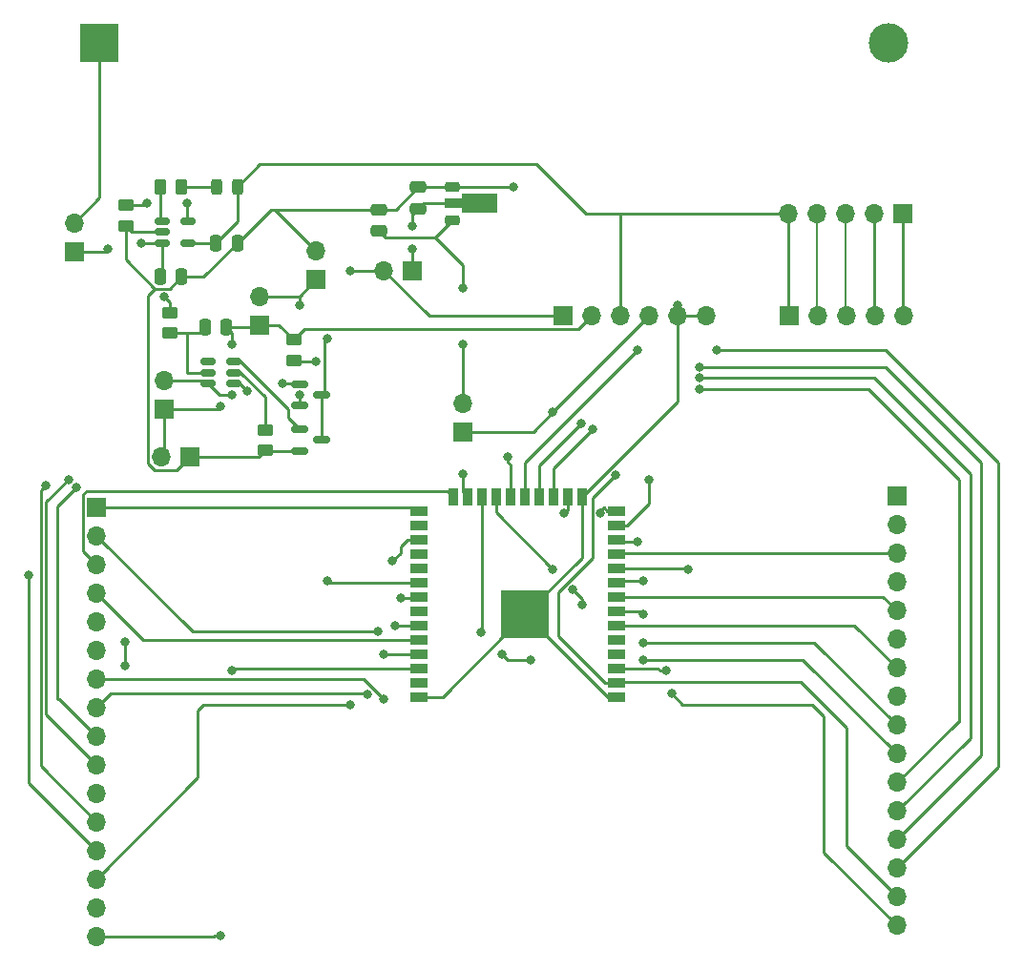
<source format=gbr>
%TF.GenerationSoftware,KiCad,Pcbnew,8.0.1*%
%TF.CreationDate,2024-04-05T23:37:32+02:00*%
%TF.ProjectId,power_system_board,706f7765-725f-4737-9973-74656d5f626f,rev?*%
%TF.SameCoordinates,Original*%
%TF.FileFunction,Copper,L1,Top*%
%TF.FilePolarity,Positive*%
%FSLAX46Y46*%
G04 Gerber Fmt 4.6, Leading zero omitted, Abs format (unit mm)*
G04 Created by KiCad (PCBNEW 8.0.1) date 2024-04-05 23:37:32*
%MOMM*%
%LPD*%
G01*
G04 APERTURE LIST*
G04 Aperture macros list*
%AMRoundRect*
0 Rectangle with rounded corners*
0 $1 Rounding radius*
0 $2 $3 $4 $5 $6 $7 $8 $9 X,Y pos of 4 corners*
0 Add a 4 corners polygon primitive as box body*
4,1,4,$2,$3,$4,$5,$6,$7,$8,$9,$2,$3,0*
0 Add four circle primitives for the rounded corners*
1,1,$1+$1,$2,$3*
1,1,$1+$1,$4,$5*
1,1,$1+$1,$6,$7*
1,1,$1+$1,$8,$9*
0 Add four rect primitives between the rounded corners*
20,1,$1+$1,$2,$3,$4,$5,0*
20,1,$1+$1,$4,$5,$6,$7,0*
20,1,$1+$1,$6,$7,$8,$9,0*
20,1,$1+$1,$8,$9,$2,$3,0*%
%AMFreePoly0*
4,1,9,3.862500,-0.866500,0.737500,-0.866500,0.737500,-0.450000,-0.737500,-0.450000,-0.737500,0.450000,0.737500,0.450000,0.737500,0.866500,3.862500,0.866500,3.862500,-0.866500,3.862500,-0.866500,$1*%
G04 Aperture macros list end*
%TA.AperFunction,SMDPad,CuDef*%
%ADD10RoundRect,0.225000X-0.425000X-0.225000X0.425000X-0.225000X0.425000X0.225000X-0.425000X0.225000X0*%
%TD*%
%TA.AperFunction,SMDPad,CuDef*%
%ADD11FreePoly0,0.000000*%
%TD*%
%TA.AperFunction,SMDPad,CuDef*%
%ADD12RoundRect,0.150000X0.512500X0.150000X-0.512500X0.150000X-0.512500X-0.150000X0.512500X-0.150000X0*%
%TD*%
%TA.AperFunction,SMDPad,CuDef*%
%ADD13R,1.050000X1.050000*%
%TD*%
%TA.AperFunction,HeatsinkPad*%
%ADD14C,0.600000*%
%TD*%
%TA.AperFunction,SMDPad,CuDef*%
%ADD15R,4.200000X4.200000*%
%TD*%
%TA.AperFunction,SMDPad,CuDef*%
%ADD16R,1.500000X0.900000*%
%TD*%
%TA.AperFunction,SMDPad,CuDef*%
%ADD17R,0.900000X1.500000*%
%TD*%
%TA.AperFunction,SMDPad,CuDef*%
%ADD18RoundRect,0.150000X-0.512500X-0.150000X0.512500X-0.150000X0.512500X0.150000X-0.512500X0.150000X0*%
%TD*%
%TA.AperFunction,SMDPad,CuDef*%
%ADD19RoundRect,0.250000X0.450000X-0.262500X0.450000X0.262500X-0.450000X0.262500X-0.450000X-0.262500X0*%
%TD*%
%TA.AperFunction,SMDPad,CuDef*%
%ADD20RoundRect,0.250000X-0.262500X-0.450000X0.262500X-0.450000X0.262500X0.450000X-0.262500X0.450000X0*%
%TD*%
%TA.AperFunction,SMDPad,CuDef*%
%ADD21RoundRect,0.250000X-0.450000X0.262500X-0.450000X-0.262500X0.450000X-0.262500X0.450000X0.262500X0*%
%TD*%
%TA.AperFunction,SMDPad,CuDef*%
%ADD22RoundRect,0.150000X-0.587500X-0.150000X0.587500X-0.150000X0.587500X0.150000X-0.587500X0.150000X0*%
%TD*%
%TA.AperFunction,ComponentPad*%
%ADD23R,1.700000X1.700000*%
%TD*%
%TA.AperFunction,ComponentPad*%
%ADD24O,1.700000X1.700000*%
%TD*%
%TA.AperFunction,SMDPad,CuDef*%
%ADD25RoundRect,0.243750X-0.243750X-0.456250X0.243750X-0.456250X0.243750X0.456250X-0.243750X0.456250X0*%
%TD*%
%TA.AperFunction,SMDPad,CuDef*%
%ADD26RoundRect,0.250000X0.475000X-0.250000X0.475000X0.250000X-0.475000X0.250000X-0.475000X-0.250000X0*%
%TD*%
%TA.AperFunction,SMDPad,CuDef*%
%ADD27RoundRect,0.250000X0.250000X0.475000X-0.250000X0.475000X-0.250000X-0.475000X0.250000X-0.475000X0*%
%TD*%
%TA.AperFunction,SMDPad,CuDef*%
%ADD28RoundRect,0.250000X-0.250000X-0.475000X0.250000X-0.475000X0.250000X0.475000X-0.250000X0.475000X0*%
%TD*%
%TA.AperFunction,ComponentPad*%
%ADD29C,3.500000*%
%TD*%
%TA.AperFunction,ComponentPad*%
%ADD30R,3.500000X3.500000*%
%TD*%
%TA.AperFunction,ViaPad*%
%ADD31C,0.800000*%
%TD*%
%TA.AperFunction,Conductor*%
%ADD32C,0.250000*%
%TD*%
%TA.AperFunction,Conductor*%
%ADD33C,0.200000*%
%TD*%
G04 APERTURE END LIST*
D10*
%TO.P,U4,1,GND*%
%TO.N,GND*%
X115050000Y-70500000D03*
D11*
%TO.P,U4,2,VIN*%
%TO.N,Net-(J11-Pin_1)*%
X115137500Y-72000000D03*
D10*
%TO.P,U4,3,VOUT*%
%TO.N,Net-(J12-Pin_2)*%
X115050000Y-73500000D03*
%TD*%
D12*
%TO.P,U3,1,DO*%
%TO.N,Net-(Q1-G)*%
X95637500Y-87950000D03*
%TO.P,U3,2,VM*%
%TO.N,Net-(U3-VM)*%
X95637500Y-87000000D03*
%TO.P,U3,3,CO*%
%TO.N,Net-(Q2-G)*%
X95637500Y-86050000D03*
%TO.P,U3,4,NC*%
%TO.N,unconnected-(U3-NC-Pad4)*%
X93362500Y-86050000D03*
%TO.P,U3,5,VDD*%
%TO.N,Net-(U3-VDD)*%
X93362500Y-87000000D03*
%TO.P,U3,6,VSS*%
%TO.N,-BATT*%
X93362500Y-87950000D03*
%TD*%
D13*
%TO.P,U2,39,GND*%
%TO.N,GND*%
X120000000Y-106950000D03*
D14*
X120000000Y-107712500D03*
D13*
X120000000Y-108475000D03*
D14*
X120000000Y-109237500D03*
D13*
X120000000Y-110000000D03*
D14*
X120762500Y-106950000D03*
X120762500Y-108475000D03*
X120762500Y-110000000D03*
D13*
X121525000Y-106950000D03*
D14*
X121525000Y-107712500D03*
D15*
X121525000Y-108475000D03*
D13*
X121525000Y-108475000D03*
D14*
X121525000Y-109237500D03*
D13*
X121525000Y-110000000D03*
D14*
X122287500Y-106950000D03*
X122287500Y-108475000D03*
X122287500Y-110000000D03*
D13*
X123050000Y-106950000D03*
D14*
X123050000Y-107712500D03*
D13*
X123050000Y-108475000D03*
D14*
X123050000Y-109237500D03*
D13*
X123050000Y-110000000D03*
D16*
%TO.P,U2,38,GND*%
X112095000Y-115815000D03*
%TO.P,U2,37,IO23*%
%TO.N,/IO23*%
X112095000Y-114545000D03*
%TO.P,U2,36,IO22*%
%TO.N,/IO22*%
X112095000Y-113275000D03*
%TO.P,U2,35,TXD0/IO1*%
%TO.N,/IO1*%
X112095000Y-112005000D03*
%TO.P,U2,34,RXD0/IO3*%
%TO.N,/IO3*%
X112095000Y-110735000D03*
%TO.P,U2,33,IO21*%
%TO.N,/IO21*%
X112095000Y-109465000D03*
%TO.P,U2,32,NC*%
%TO.N,unconnected-(U2-NC-Pad32)*%
X112095000Y-108195000D03*
%TO.P,U2,31,IO19*%
%TO.N,/IO19*%
X112095000Y-106925000D03*
%TO.P,U2,30,IO18*%
%TO.N,/IO18*%
X112095000Y-105655000D03*
%TO.P,U2,29,IO5*%
%TO.N,/IO5*%
X112095000Y-104385000D03*
%TO.P,U2,28,IO17*%
%TO.N,/IO17*%
X112095000Y-103115000D03*
%TO.P,U2,27,IO16*%
%TO.N,/IO16*%
X112095000Y-101845000D03*
%TO.P,U2,26,IO4*%
%TO.N,/IO4*%
X112095000Y-100575000D03*
%TO.P,U2,25,IO0*%
%TO.N,/IO0*%
X112095000Y-99305000D03*
D17*
%TO.P,U2,24,IO2*%
%TO.N,/IO2*%
X115125000Y-98055000D03*
%TO.P,U2,23,IO15*%
%TO.N,/IO15*%
X116395000Y-98055000D03*
%TO.P,U2,22,SDI/SD1*%
%TO.N,/SD1*%
X117665000Y-98055000D03*
%TO.P,U2,21,SDO/SD0*%
%TO.N,/SD0*%
X118935000Y-98055000D03*
%TO.P,U2,20,SCK/CLK*%
%TO.N,/CLK*%
X120205000Y-98055000D03*
%TO.P,U2,19,SCS/CMD*%
%TO.N,/CMD*%
X121475000Y-98055000D03*
%TO.P,U2,18,SWP/SD3*%
%TO.N,/SD3*%
X122745000Y-98055000D03*
%TO.P,U2,17,SHD/SD2*%
%TO.N,/SD2*%
X124015000Y-98055000D03*
%TO.P,U2,16,IO13*%
%TO.N,/IO13*%
X125285000Y-98055000D03*
%TO.P,U2,15,GND*%
%TO.N,GND*%
X126555000Y-98055000D03*
D16*
%TO.P,U2,14,IO12*%
%TO.N,/IO12*%
X129595000Y-99305000D03*
%TO.P,U2,13,IO14*%
%TO.N,/IO14*%
X129595000Y-100575000D03*
%TO.P,U2,12,IO27*%
%TO.N,/IO27*%
X129595000Y-101845000D03*
%TO.P,U2,11,IO26*%
%TO.N,/IO26*%
X129595000Y-103115000D03*
%TO.P,U2,10,IO25*%
%TO.N,/IO25*%
X129595000Y-104385000D03*
%TO.P,U2,9,IO33*%
%TO.N,/IO33*%
X129595000Y-105655000D03*
%TO.P,U2,8,IO32*%
%TO.N,/IO32*%
X129595000Y-106925000D03*
%TO.P,U2,7,IO35*%
%TO.N,/IO35*%
X129595000Y-108195000D03*
%TO.P,U2,6,IO34*%
%TO.N,/IO34*%
X129595000Y-109465000D03*
%TO.P,U2,5,SENSOR_VN*%
%TO.N,unconnected-(U2-SENSOR_VN-Pad5)*%
X129595000Y-110735000D03*
%TO.P,U2,4,SENSOR_VP*%
%TO.N,unconnected-(U2-SENSOR_VP-Pad4)*%
X129595000Y-112005000D03*
%TO.P,U2,3,EN*%
%TO.N,/EN_ESP*%
X129595000Y-113275000D03*
%TO.P,U2,2,VDD*%
%TO.N,+3V3*%
X129595000Y-114545000D03*
%TO.P,U2,1,GND*%
%TO.N,GND*%
X129595000Y-115815000D03*
%TD*%
D18*
%TO.P,U1,1,STAT*%
%TO.N,Net-(U1-STAT)*%
X89325000Y-73600000D03*
%TO.P,U1,2,V_{SS}*%
%TO.N,GND*%
X89325000Y-74550000D03*
%TO.P,U1,3,V_{BAT}*%
%TO.N,+BATT*%
X89325000Y-75500000D03*
%TO.P,U1,4,V_{DD}*%
%TO.N,VBUS*%
X91600000Y-75500000D03*
%TO.P,U1,5,PROG*%
%TO.N,Net-(U1-PROG)*%
X91600000Y-73600000D03*
%TD*%
D19*
%TO.P,R5,1*%
%TO.N,Net-(Q1-S)*%
X101000000Y-85912500D03*
%TO.P,R5,2*%
%TO.N,-BATT*%
X101000000Y-84087500D03*
%TD*%
D20*
%TO.P,R4,1*%
%TO.N,Net-(U1-STAT)*%
X89187500Y-70500000D03*
%TO.P,R4,2*%
%TO.N,Net-(D1-K)*%
X91012500Y-70500000D03*
%TD*%
D21*
%TO.P,R3,1*%
%TO.N,Net-(U1-PROG)*%
X86100000Y-72175000D03*
%TO.P,R3,2*%
%TO.N,GND*%
X86100000Y-74000000D03*
%TD*%
D19*
%TO.P,R2,1*%
%TO.N,Net-(U3-VDD)*%
X90000000Y-83500000D03*
%TO.P,R2,2*%
%TO.N,+BATT*%
X90000000Y-81675000D03*
%TD*%
%TO.P,R1,1*%
%TO.N,GND*%
X98500000Y-93912500D03*
%TO.P,R1,2*%
%TO.N,Net-(U3-VM)*%
X98500000Y-92087500D03*
%TD*%
D22*
%TO.P,Q2,1,G*%
%TO.N,Net-(Q2-G)*%
X101562500Y-92050000D03*
%TO.P,Q2,2,S*%
%TO.N,GND*%
X101562500Y-93950000D03*
%TO.P,Q2,3,D*%
%TO.N,Net-(J5-Pin_1)*%
X103437500Y-93000000D03*
%TD*%
%TO.P,Q1,1,G*%
%TO.N,Net-(Q1-G)*%
X101562500Y-88050000D03*
%TO.P,Q1,2,S*%
%TO.N,Net-(Q1-S)*%
X101562500Y-89950000D03*
%TO.P,Q1,3,D*%
%TO.N,Net-(J5-Pin_1)*%
X103437500Y-89000000D03*
%TD*%
D23*
%TO.P,J12,1,Pin_1*%
%TO.N,+3V3*%
X116000000Y-92275000D03*
D24*
%TO.P,J12,2,Pin_2*%
%TO.N,Net-(J12-Pin_2)*%
X116000000Y-89735000D03*
%TD*%
D23*
%TO.P,J11,1,Pin_1*%
%TO.N,Net-(J11-Pin_1)*%
X111540000Y-78000000D03*
D24*
%TO.P,J11,2,Pin_2*%
%TO.N,+BATT*%
X109000000Y-78000000D03*
%TD*%
D23*
%TO.P,J10,1,Pin_1*%
%TO.N,+BATT*%
X124880000Y-82000000D03*
D24*
%TO.P,J10,2,Pin_2*%
%TO.N,-BATT*%
X127420000Y-82000000D03*
%TO.P,J10,3,Pin_3*%
%TO.N,VBUS*%
X129960000Y-82000000D03*
%TO.P,J10,4,Pin_4*%
%TO.N,+3V3*%
X132500000Y-82000000D03*
%TO.P,J10,5,Pin_5*%
%TO.N,GND*%
X135040000Y-82000000D03*
%TO.P,J10,6,Pin_6*%
X137580000Y-82000000D03*
%TD*%
%TO.P,J9,16,Pin_16*%
%TO.N,/EN_ESP*%
X154500000Y-136100000D03*
%TO.P,J9,15,Pin_15*%
%TO.N,+3V3*%
X154500000Y-133560000D03*
%TO.P,J9,14,Pin_14*%
%TO.N,/CMD*%
X154500000Y-131020000D03*
%TO.P,J9,13,Pin_13*%
%TO.N,/CLK*%
X154500000Y-128480000D03*
%TO.P,J9,12,Pin_12*%
%TO.N,/SD3*%
X154500000Y-125940000D03*
%TO.P,J9,11,Pin_11*%
%TO.N,/SD2*%
X154500000Y-123400000D03*
%TO.P,J9,10,Pin_10*%
%TO.N,/SD1*%
X154500000Y-120860000D03*
%TO.P,J9,9,Pin_9*%
%TO.N,/SD0*%
X154500000Y-118320000D03*
%TO.P,J9,8,Pin_8*%
%TO.N,/IO35*%
X154500000Y-115780000D03*
%TO.P,J9,7,Pin_7*%
%TO.N,/IO34*%
X154500000Y-113240000D03*
%TO.P,J9,6,Pin_6*%
%TO.N,/IO33*%
X154500000Y-110700000D03*
%TO.P,J9,5,Pin_5*%
%TO.N,/IO32*%
X154500000Y-108160000D03*
%TO.P,J9,4,Pin_4*%
%TO.N,/IO27*%
X154500000Y-105620000D03*
%TO.P,J9,3,Pin_3*%
%TO.N,/IO26*%
X154500000Y-103080000D03*
%TO.P,J9,2,Pin_2*%
%TO.N,/IO25*%
X154500000Y-100540000D03*
D23*
%TO.P,J9,1,Pin_1*%
%TO.N,/IO23*%
X154500000Y-98000000D03*
%TD*%
%TO.P,J8,1,Pin_1*%
%TO.N,/IO0*%
X83500000Y-98960000D03*
D24*
%TO.P,J8,2,Pin_2*%
%TO.N,/IO1*%
X83500000Y-101500000D03*
%TO.P,J8,3,Pin_3*%
%TO.N,/IO2*%
X83500000Y-104040000D03*
%TO.P,J8,4,Pin_4*%
%TO.N,/IO3*%
X83500000Y-106580000D03*
%TO.P,J8,5,Pin_5*%
%TO.N,/IO4*%
X83500000Y-109120000D03*
%TO.P,J8,6,Pin_6*%
%TO.N,/IO5*%
X83500000Y-111660000D03*
%TO.P,J8,7,Pin_7*%
%TO.N,/IO12*%
X83500000Y-114200000D03*
%TO.P,J8,8,Pin_8*%
%TO.N,/IO13*%
X83500000Y-116740000D03*
%TO.P,J8,9,Pin_9*%
%TO.N,/IO14*%
X83500000Y-119280000D03*
%TO.P,J8,10,Pin_10*%
%TO.N,/IO15*%
X83500000Y-121820000D03*
%TO.P,J8,11,Pin_11*%
%TO.N,/IO16*%
X83500000Y-124360000D03*
%TO.P,J8,12,Pin_12*%
%TO.N,/IO17*%
X83500000Y-126900000D03*
%TO.P,J8,13,Pin_13*%
%TO.N,/IO18*%
X83500000Y-129440000D03*
%TO.P,J8,14,Pin_14*%
%TO.N,/IO19*%
X83500000Y-131980000D03*
%TO.P,J8,15,Pin_15*%
%TO.N,/IO21*%
X83500000Y-134520000D03*
%TO.P,J8,16,Pin_16*%
%TO.N,/IO22*%
X83500000Y-137060000D03*
%TD*%
D23*
%TO.P,J7,1,Pin_1*%
%TO.N,GND*%
X91775000Y-94500000D03*
D24*
%TO.P,J7,2,Pin_2*%
%TO.N,Net-(BT1--)*%
X89235000Y-94500000D03*
%TD*%
D23*
%TO.P,J6,1,Pin_1*%
%TO.N,-BATT*%
X98000000Y-82775000D03*
D24*
%TO.P,J6,2,Pin_2*%
%TO.N,Net-(J5-Pin_1)*%
X98000000Y-80235000D03*
%TD*%
D23*
%TO.P,J5,1,Pin_1*%
%TO.N,Net-(J5-Pin_1)*%
X103000000Y-78775000D03*
D24*
%TO.P,J5,2,Pin_2*%
%TO.N,GND*%
X103000000Y-76235000D03*
%TD*%
D23*
%TO.P,J4,1,Pin_1*%
%TO.N,+BATT*%
X81500000Y-76275000D03*
D24*
%TO.P,J4,2,Pin_2*%
%TO.N,Net-(BT1-+)*%
X81500000Y-73735000D03*
%TD*%
D23*
%TO.P,J3,1,Pin_1*%
%TO.N,Net-(BT1--)*%
X89500000Y-90275000D03*
D24*
%TO.P,J3,2,Pin_2*%
%TO.N,-BATT*%
X89500000Y-87735000D03*
%TD*%
D23*
%TO.P,J2,1,Pin_1*%
%TO.N,/Shield*%
X155045000Y-72942500D03*
D24*
%TO.P,J2,2,Pin_2*%
%TO.N,/ID*%
X152505000Y-72942500D03*
%TO.P,J2,3,Pin_3*%
%TO.N,/D-*%
X149965000Y-72942500D03*
%TO.P,J2,4,Pin_4*%
%TO.N,/D+*%
X147425000Y-72942500D03*
%TO.P,J2,5,Pin_5*%
%TO.N,VBUS*%
X144885000Y-72942500D03*
%TD*%
%TO.P,J1,5,Pin_5*%
%TO.N,/Shield*%
X155085000Y-82000000D03*
%TO.P,J1,4,Pin_4*%
%TO.N,/ID*%
X152545000Y-82000000D03*
%TO.P,J1,3,Pin_3*%
%TO.N,/D-*%
X150005000Y-82000000D03*
%TO.P,J1,2,Pin_2*%
%TO.N,/D+*%
X147465000Y-82000000D03*
D23*
%TO.P,J1,1,Pin_1*%
%TO.N,VBUS*%
X144925000Y-82000000D03*
%TD*%
D25*
%TO.P,D1,1,K*%
%TO.N,Net-(D1-K)*%
X94162500Y-70500000D03*
%TO.P,D1,2,A*%
%TO.N,VBUS*%
X96037500Y-70500000D03*
%TD*%
D26*
%TO.P,C5,1*%
%TO.N,Net-(J12-Pin_2)*%
X108550000Y-74450000D03*
%TO.P,C5,2*%
%TO.N,GND*%
X108550000Y-72550000D03*
%TD*%
%TO.P,C4,1*%
%TO.N,Net-(J11-Pin_1)*%
X112050000Y-72450000D03*
%TO.P,C4,2*%
%TO.N,GND*%
X112050000Y-70550000D03*
%TD*%
D27*
%TO.P,C3,1*%
%TO.N,-BATT*%
X95000000Y-83000000D03*
%TO.P,C3,2*%
%TO.N,Net-(U3-VDD)*%
X93100000Y-83000000D03*
%TD*%
D28*
%TO.P,C2,1*%
%TO.N,VBUS*%
X94100000Y-75500000D03*
%TO.P,C2,2*%
%TO.N,GND*%
X96000000Y-75500000D03*
%TD*%
%TO.P,C1,1*%
%TO.N,+BATT*%
X89150000Y-78500000D03*
%TO.P,C1,2*%
%TO.N,GND*%
X91050000Y-78500000D03*
%TD*%
D29*
%TO.P,BT1,2,-*%
%TO.N,Net-(BT1--)*%
X153742500Y-57735000D03*
D30*
%TO.P,BT1,1,+*%
%TO.N,Net-(BT1-+)*%
X83742500Y-57735000D03*
%TD*%
D31*
%TO.N,-BATT*%
X95500000Y-84500000D03*
X95500000Y-89000000D03*
%TO.N,/IO18*%
X104000000Y-105500000D03*
X77500000Y-105000000D03*
%TO.N,/IO17*%
X79000000Y-97000000D03*
X112095000Y-103115000D03*
%TO.N,/IO16*%
X109762653Y-103762653D03*
X86000000Y-110935000D03*
X86000000Y-113000000D03*
%TO.N,/IO13*%
X107512652Y-115537958D03*
X125000000Y-99500000D03*
%TO.N,/SD0*%
X124000000Y-104500000D03*
X132000000Y-111000000D03*
X126598345Y-107598345D03*
X125762653Y-106262653D03*
%TO.N,/SD1*%
X122000000Y-112500000D03*
X132000000Y-112500000D03*
X119500000Y-112000000D03*
X117582653Y-110082653D03*
%TO.N,/SD2*%
X137000000Y-88500000D03*
X127500000Y-92000000D03*
%TO.N,/SD3*%
X126500000Y-91500000D03*
X137000000Y-87500000D03*
%TO.N,/CLK*%
X120000000Y-94500000D03*
X137000000Y-86500000D03*
%TO.N,/CMD*%
X131500000Y-85000000D03*
X138500000Y-85000000D03*
%TO.N,/IO14*%
X81707108Y-97207108D03*
X132500000Y-96500000D03*
%TO.N,/IO15*%
X116000000Y-96000000D03*
X81000000Y-96500000D03*
%TO.N,/IO19*%
X106000000Y-116500000D03*
X110500000Y-107000000D03*
%TO.N,/IO21*%
X110000000Y-109500000D03*
%TO.N,/IO22*%
X94500000Y-137000000D03*
X95500000Y-113475000D03*
%TO.N,/IO12*%
X109000000Y-116000000D03*
X128225000Y-99500000D03*
%TO.N,/IO1*%
X109000000Y-112000000D03*
X108500000Y-110000000D03*
%TO.N,+3V3*%
X124000000Y-90500000D03*
X129567653Y-96067653D03*
%TO.N,/EN_ESP*%
X134500000Y-115500000D03*
X134000000Y-113500000D03*
%TO.N,/IO35*%
X132000000Y-108500000D03*
%TO.N,/IO33*%
X132000000Y-105500000D03*
%TO.N,/IO25*%
X136000000Y-104500000D03*
%TO.N,/IO27*%
X131500000Y-102000000D03*
%TO.N,/IO23*%
X112095000Y-114545000D03*
%TO.N,/IO5*%
X112095000Y-104385000D03*
%TO.N,/IO4*%
X112095000Y-100575000D03*
%TO.N,Net-(J5-Pin_1)*%
X101500000Y-81000000D03*
X104000000Y-84000000D03*
%TO.N,+BATT*%
X89461112Y-80275000D03*
X89150000Y-78500000D03*
%TO.N,Net-(Q1-S)*%
X103000000Y-86000000D03*
X101500000Y-89000000D03*
%TO.N,Net-(Q1-G)*%
X96887346Y-88612653D03*
X100000000Y-88000000D03*
%TO.N,Net-(BT1--)*%
X94500000Y-90000000D03*
%TO.N,Net-(J12-Pin_2)*%
X116000000Y-84500000D03*
X116000000Y-79500000D03*
%TO.N,+BATT*%
X106000000Y-78000000D03*
%TO.N,GND*%
X120500000Y-70500000D03*
X135040000Y-81000000D03*
%TO.N,Net-(J11-Pin_1)*%
X111500000Y-74000000D03*
X111500000Y-76000000D03*
%TO.N,+BATT*%
X87500000Y-75500000D03*
X84500000Y-76000000D03*
%TO.N,Net-(U1-PROG)*%
X91500000Y-72000000D03*
X88000000Y-72000000D03*
%TD*%
D32*
%TO.N,+BATT*%
X81500000Y-76275000D02*
X84225000Y-76275000D01*
X84225000Y-76275000D02*
X84500000Y-76000000D01*
%TO.N,Net-(BT1-+)*%
X83742500Y-57735000D02*
X83742500Y-71492500D01*
X83742500Y-71492500D02*
X81500000Y-73735000D01*
%TO.N,Net-(U3-VDD)*%
X92600000Y-83500000D02*
X91500000Y-83500000D01*
X93362500Y-87000000D02*
X91500000Y-87000000D01*
X91500000Y-83500000D02*
X90000000Y-83500000D01*
X91500000Y-87000000D02*
X91500000Y-83500000D01*
%TO.N,-BATT*%
X93362500Y-87950000D02*
X94412500Y-89000000D01*
X95500000Y-84500000D02*
X95500000Y-83500000D01*
X94412500Y-89000000D02*
X95500000Y-89000000D01*
X95500000Y-83500000D02*
X95000000Y-83000000D01*
%TO.N,/IO18*%
X83500000Y-129440000D02*
X77500000Y-123440000D01*
X77500000Y-123440000D02*
X77500000Y-105000000D01*
X104000000Y-105500000D02*
X104155000Y-105655000D01*
X104155000Y-105655000D02*
X112095000Y-105655000D01*
%TO.N,/IO17*%
X78550000Y-97450000D02*
X79000000Y-97000000D01*
X78550000Y-121950000D02*
X78550000Y-97450000D01*
X83500000Y-126900000D02*
X78550000Y-121950000D01*
%TO.N,/IO16*%
X110500000Y-103025306D02*
X110500000Y-102440000D01*
X109762653Y-103762653D02*
X110500000Y-103025306D01*
X110500000Y-102440000D02*
X111095000Y-101845000D01*
X111095000Y-101845000D02*
X112095000Y-101845000D01*
X86000000Y-113000000D02*
X86000000Y-110935000D01*
%TO.N,/IO13*%
X107512652Y-115537958D02*
X107474694Y-115500000D01*
X107474694Y-115500000D02*
X84740000Y-115500000D01*
X84740000Y-115500000D02*
X83500000Y-116740000D01*
%TO.N,/IO19*%
X92500000Y-117000000D02*
X92500000Y-122980000D01*
X106000000Y-116500000D02*
X93000000Y-116500000D01*
X93000000Y-116500000D02*
X92500000Y-117000000D01*
X92500000Y-122980000D02*
X83500000Y-131980000D01*
%TO.N,/IO13*%
X125285000Y-98055000D02*
X125285000Y-99215000D01*
X125285000Y-99215000D02*
X125000000Y-99500000D01*
%TO.N,/SD0*%
X126598345Y-107098345D02*
X125762653Y-106262653D01*
X118935000Y-99435000D02*
X118935000Y-98055000D01*
X126598345Y-107598345D02*
X126598345Y-107098345D01*
X154500000Y-118320000D02*
X147180000Y-111000000D01*
X147180000Y-111000000D02*
X132000000Y-111000000D01*
X124000000Y-104500000D02*
X118935000Y-99435000D01*
%TO.N,/SD1*%
X154500000Y-120860000D02*
X146140000Y-112500000D01*
X122000000Y-112500000D02*
X120000000Y-112500000D01*
X146140000Y-112500000D02*
X132000000Y-112500000D01*
X120000000Y-112500000D02*
X119500000Y-112000000D01*
X117582653Y-110082653D02*
X117665000Y-110000306D01*
X117665000Y-110000306D02*
X117665000Y-98055000D01*
%TO.N,/SD2*%
X159900000Y-118000000D02*
X160000000Y-118000000D01*
X152000000Y-88500000D02*
X137000000Y-88500000D01*
X160000000Y-96500000D02*
X159000000Y-95500000D01*
X160000000Y-118000000D02*
X160000000Y-96500000D01*
X154500000Y-123400000D02*
X159900000Y-118000000D01*
X159000000Y-95500000D02*
X152000000Y-88500000D01*
X127500000Y-92000000D02*
X124015000Y-95485000D01*
X124015000Y-95485000D02*
X124015000Y-98055000D01*
%TO.N,/SD3*%
X161000000Y-96000000D02*
X152500000Y-87500000D01*
X161000000Y-116500000D02*
X161000000Y-96000000D01*
X154500000Y-125940000D02*
X161000000Y-119440000D01*
X161000000Y-119440000D02*
X161000000Y-116500000D01*
X122745000Y-95255000D02*
X122745000Y-98055000D01*
X152500000Y-87500000D02*
X137000000Y-87500000D01*
X126500000Y-91500000D02*
X122745000Y-95255000D01*
%TO.N,/CLK*%
X120000000Y-95000000D02*
X120205000Y-95205000D01*
X120205000Y-95205000D02*
X120205000Y-98055000D01*
X162000000Y-95000000D02*
X153500000Y-86500000D01*
X162000000Y-103000000D02*
X162000000Y-95000000D01*
X153500000Y-86500000D02*
X137000000Y-86500000D01*
X120000000Y-94500000D02*
X120000000Y-95000000D01*
%TO.N,/CMD*%
X154500000Y-131020000D02*
X163500000Y-122020000D01*
X163500000Y-122020000D02*
X163500000Y-95000000D01*
X163500000Y-95000000D02*
X153500000Y-85000000D01*
X153500000Y-85000000D02*
X138500000Y-85000000D01*
%TO.N,/CLK*%
X162000000Y-120980000D02*
X162000000Y-103000000D01*
X154500000Y-128480000D02*
X162000000Y-120980000D01*
%TO.N,/CMD*%
X131500000Y-85000000D02*
X121475000Y-95025000D01*
X121475000Y-95025000D02*
X121475000Y-98055000D01*
%TO.N,GND*%
X135040000Y-81000000D02*
X135040000Y-82000000D01*
%TO.N,/IO14*%
X132500000Y-98670000D02*
X130595000Y-100575000D01*
X80000000Y-98914216D02*
X81707108Y-97207108D01*
X83500000Y-119280000D02*
X80220000Y-116000000D01*
X80000000Y-116000000D02*
X80000000Y-98914216D01*
X80220000Y-116000000D02*
X80000000Y-116000000D01*
X132500000Y-96500000D02*
X132500000Y-98670000D01*
X130595000Y-100575000D02*
X129595000Y-100575000D01*
%TO.N,/IO15*%
X83500000Y-121820000D02*
X79000000Y-117320000D01*
X79000000Y-117320000D02*
X79000000Y-98500000D01*
X79000000Y-98500000D02*
X81000000Y-96500000D01*
X116000000Y-96000000D02*
X116000000Y-97660000D01*
X116000000Y-97660000D02*
X116395000Y-98055000D01*
%TO.N,/IO19*%
X110500000Y-107000000D02*
X112020000Y-107000000D01*
X112020000Y-107000000D02*
X112095000Y-106925000D01*
%TO.N,/IO21*%
X112060000Y-109500000D02*
X112095000Y-109465000D01*
X110000000Y-109500000D02*
X112060000Y-109500000D01*
%TO.N,/IO22*%
X94000000Y-137000000D02*
X93940000Y-137060000D01*
X112095000Y-113275000D02*
X95700000Y-113275000D01*
X95700000Y-113275000D02*
X95500000Y-113475000D01*
X94500000Y-137000000D02*
X94000000Y-137000000D01*
X93940000Y-137060000D02*
X83500000Y-137060000D01*
%TO.N,/IO12*%
X128225000Y-99275000D02*
X128500000Y-99000000D01*
X107200000Y-114200000D02*
X109000000Y-116000000D01*
X83500000Y-114200000D02*
X107200000Y-114200000D01*
X128500000Y-99000000D02*
X128805000Y-99305000D01*
X128225000Y-99500000D02*
X128225000Y-99275000D01*
X128805000Y-99305000D02*
X129595000Y-99305000D01*
%TO.N,/IO1*%
X109000000Y-112000000D02*
X110000000Y-112000000D01*
X83500000Y-101500000D02*
X92000000Y-110000000D01*
X92000000Y-110000000D02*
X108500000Y-110000000D01*
X110000000Y-112000000D02*
X110005000Y-112005000D01*
X110005000Y-112005000D02*
X112095000Y-112005000D01*
%TO.N,+3V3*%
X124000000Y-90500000D02*
X132500000Y-82000000D01*
X122225000Y-92275000D02*
X124000000Y-90500000D01*
X127500000Y-103500000D02*
X127500000Y-99500000D01*
X124500000Y-106500000D02*
X127500000Y-103500000D01*
X129595000Y-114545000D02*
X128595000Y-114545000D01*
X128595000Y-114545000D02*
X124500000Y-110450000D01*
X124500000Y-110450000D02*
X124500000Y-106500000D01*
X127500000Y-99500000D02*
X127500000Y-98135306D01*
X127500000Y-98135306D02*
X129567653Y-96067653D01*
%TO.N,GND*%
X126555000Y-98055000D02*
X126555000Y-103445000D01*
X126555000Y-103445000D02*
X121525000Y-108475000D01*
X135040000Y-82000000D02*
X135040000Y-89570000D01*
X135040000Y-89570000D02*
X126555000Y-98055000D01*
%TO.N,/EN_ESP*%
X148000000Y-129600000D02*
X148000000Y-117500000D01*
X154500000Y-136100000D02*
X148000000Y-129600000D01*
X133500000Y-113500000D02*
X133275000Y-113275000D01*
X135500000Y-116500000D02*
X134500000Y-115500000D01*
X148000000Y-117500000D02*
X147000000Y-116500000D01*
X147000000Y-116500000D02*
X135500000Y-116500000D01*
X134000000Y-113500000D02*
X133500000Y-113500000D01*
X133275000Y-113275000D02*
X129595000Y-113275000D01*
%TO.N,GND*%
X112095000Y-115815000D02*
X114185000Y-115815000D01*
X114185000Y-115815000D02*
X120000000Y-110000000D01*
X129595000Y-115815000D02*
X128865000Y-115815000D01*
X128865000Y-115815000D02*
X123050000Y-110000000D01*
%TO.N,+3V3*%
X146000000Y-114500000D02*
X150000000Y-118500000D01*
X129640000Y-114500000D02*
X146000000Y-114500000D01*
X129595000Y-114545000D02*
X129640000Y-114500000D01*
X150000000Y-129060000D02*
X154500000Y-133560000D01*
X150000000Y-118500000D02*
X150000000Y-129060000D01*
%TO.N,/IO35*%
X132000000Y-108500000D02*
X131695000Y-108195000D01*
X131695000Y-108195000D02*
X129595000Y-108195000D01*
%TO.N,/IO34*%
X154500000Y-113240000D02*
X150725000Y-109465000D01*
X150725000Y-109465000D02*
X129595000Y-109465000D01*
%TO.N,/IO33*%
X129750000Y-105500000D02*
X129595000Y-105655000D01*
X132000000Y-105500000D02*
X129750000Y-105500000D01*
%TO.N,/IO32*%
X154500000Y-108160000D02*
X153265000Y-106925000D01*
X153265000Y-106925000D02*
X129595000Y-106925000D01*
%TO.N,/IO25*%
X136000000Y-104500000D02*
X135885000Y-104385000D01*
X135885000Y-104385000D02*
X129595000Y-104385000D01*
%TO.N,/IO27*%
X131500000Y-102000000D02*
X129750000Y-102000000D01*
X129750000Y-102000000D02*
X129595000Y-101845000D01*
%TO.N,/IO26*%
X154500000Y-103080000D02*
X129630000Y-103080000D01*
X129630000Y-103080000D02*
X129595000Y-103115000D01*
%TO.N,/IO3*%
X83500000Y-106580000D02*
X87655000Y-110735000D01*
X87655000Y-110735000D02*
X112095000Y-110735000D01*
%TO.N,/IO2*%
X83500000Y-104040000D02*
X82325000Y-102865000D01*
X82325000Y-102865000D02*
X82325000Y-97785000D01*
X114570000Y-97500000D02*
X115125000Y-98055000D01*
X82325000Y-97785000D02*
X82610000Y-97500000D01*
X82610000Y-97500000D02*
X114570000Y-97500000D01*
%TO.N,/IO0*%
X83500000Y-98960000D02*
X111750000Y-98960000D01*
X111750000Y-98960000D02*
X112095000Y-99305000D01*
%TO.N,Net-(J5-Pin_1)*%
X101540000Y-80235000D02*
X101540000Y-80960000D01*
X101540000Y-80960000D02*
X101500000Y-81000000D01*
X103437500Y-89000000D02*
X103737500Y-88700000D01*
X103737500Y-88700000D02*
X103737500Y-84262500D01*
X103737500Y-84262500D02*
X104000000Y-84000000D01*
%TO.N,+BATT*%
X90000000Y-81675000D02*
X90000000Y-80813888D01*
X90000000Y-80813888D02*
X89461112Y-80275000D01*
%TO.N,Net-(U3-VDD)*%
X93100000Y-83000000D02*
X92600000Y-83500000D01*
%TO.N,-BATT*%
X95000000Y-83000000D02*
X97775000Y-83000000D01*
X97775000Y-83000000D02*
X98000000Y-82775000D01*
X101000000Y-84087500D02*
X101912500Y-83175000D01*
X101912500Y-83175000D02*
X126245000Y-83175000D01*
X126245000Y-83175000D02*
X127420000Y-82000000D01*
X98000000Y-82775000D02*
X99687500Y-82775000D01*
X99687500Y-82775000D02*
X101000000Y-84087500D01*
%TO.N,Net-(Q1-S)*%
X101562500Y-89950000D02*
X101562500Y-89062500D01*
X101562500Y-89062500D02*
X101500000Y-89000000D01*
X103000000Y-86000000D02*
X101087500Y-86000000D01*
X101087500Y-86000000D02*
X101000000Y-85912500D01*
%TO.N,Net-(J5-Pin_1)*%
X103437500Y-89000000D02*
X103437500Y-93000000D01*
%TO.N,Net-(Q1-G)*%
X100000000Y-88000000D02*
X101512500Y-88000000D01*
X101512500Y-88000000D02*
X101562500Y-88050000D01*
X95637500Y-87950000D02*
X96224693Y-87950000D01*
X96224693Y-87950000D02*
X96887346Y-88612653D01*
%TO.N,Net-(U3-VM)*%
X95637500Y-87000000D02*
X96299999Y-87000000D01*
X96299999Y-87000000D02*
X98500000Y-89200001D01*
X98500000Y-89200001D02*
X98500000Y-92087500D01*
%TO.N,Net-(Q2-G)*%
X95637500Y-86050000D02*
X96299999Y-86050000D01*
X96299999Y-86050000D02*
X100500000Y-90250001D01*
X100500000Y-90250001D02*
X100500000Y-90987500D01*
X100500000Y-90987500D02*
X101562500Y-92050000D01*
%TO.N,Net-(BT1--)*%
X94225000Y-90275000D02*
X94500000Y-90000000D01*
X89500000Y-90275000D02*
X94225000Y-90275000D01*
%TO.N,GND*%
X91775000Y-94500000D02*
X90600000Y-95675000D01*
X90600000Y-95675000D02*
X88675000Y-95675000D01*
X88675000Y-95675000D02*
X88060000Y-95060000D01*
X88060000Y-95060000D02*
X88060000Y-80144900D01*
X88060000Y-80144900D02*
X88654900Y-79550000D01*
%TO.N,Net-(BT1--)*%
X89500000Y-90275000D02*
X89500000Y-94235000D01*
X89500000Y-94235000D02*
X89235000Y-94500000D01*
%TO.N,-BATT*%
X89500000Y-87735000D02*
X93147500Y-87735000D01*
X93147500Y-87735000D02*
X93362500Y-87950000D01*
%TO.N,GND*%
X98500000Y-93912500D02*
X98912500Y-93912500D01*
X98912500Y-93912500D02*
X98950000Y-93950000D01*
X98950000Y-93950000D02*
X101562500Y-93950000D01*
X91775000Y-94500000D02*
X97912500Y-94500000D01*
X97912500Y-94500000D02*
X98500000Y-93912500D01*
%TO.N,Net-(J12-Pin_2)*%
X116000000Y-79500000D02*
X116000000Y-77450000D01*
X116000000Y-77450000D02*
X113550000Y-75000000D01*
X116000000Y-89735000D02*
X116000000Y-84500000D01*
%TO.N,+3V3*%
X116000000Y-92275000D02*
X122225000Y-92275000D01*
%TO.N,+BATT*%
X109000000Y-78000000D02*
X106000000Y-78000000D01*
%TO.N,GND*%
X103000000Y-76235000D02*
X99315000Y-72550000D01*
X99315000Y-72550000D02*
X98950000Y-72550000D01*
%TO.N,Net-(J5-Pin_1)*%
X98000000Y-80235000D02*
X101540000Y-80235000D01*
X101540000Y-80235000D02*
X103000000Y-78775000D01*
%TO.N,GND*%
X120500000Y-70500000D02*
X115050000Y-70500000D01*
%TO.N,VBUS*%
X144885000Y-72942500D02*
X130000000Y-72942500D01*
X130000000Y-72942500D02*
X126942500Y-72942500D01*
X129960000Y-82000000D02*
X129960000Y-72982500D01*
X129960000Y-72982500D02*
X130000000Y-72942500D01*
%TO.N,GND*%
X135040000Y-82000000D02*
X137580000Y-82000000D01*
%TO.N,+BATT*%
X109000000Y-78000000D02*
X113000000Y-82000000D01*
X113000000Y-82000000D02*
X124880000Y-82000000D01*
%TO.N,GND*%
X96000000Y-75500000D02*
X98950000Y-72550000D01*
X98950000Y-72550000D02*
X108550000Y-72550000D01*
%TO.N,Net-(J11-Pin_1)*%
X111500000Y-74000000D02*
X111500000Y-73000000D01*
X111500000Y-73000000D02*
X112050000Y-72450000D01*
X111540000Y-78000000D02*
X111540000Y-76040000D01*
X111540000Y-76040000D02*
X111500000Y-76000000D01*
%TO.N,VBUS*%
X126942500Y-72942500D02*
X122500000Y-68500000D01*
X122500000Y-68500000D02*
X98000000Y-68500000D01*
X98000000Y-68500000D02*
X98000000Y-68537500D01*
X98000000Y-68537500D02*
X96037500Y-70500000D01*
%TO.N,/Shield*%
X155045000Y-72942500D02*
X155045000Y-81960000D01*
X155045000Y-81960000D02*
X155085000Y-82000000D01*
%TO.N,/ID*%
X152505000Y-72942500D02*
X152505000Y-81960000D01*
X152505000Y-81960000D02*
X152545000Y-82000000D01*
D33*
%TO.N,/D-*%
X149965000Y-72942500D02*
X149965000Y-81960000D01*
X149965000Y-81960000D02*
X150005000Y-82000000D01*
%TO.N,/D+*%
X147425000Y-72942500D02*
X147425000Y-81960000D01*
X147425000Y-81960000D02*
X147465000Y-82000000D01*
D32*
%TO.N,VBUS*%
X144885000Y-72942500D02*
X144885000Y-81960000D01*
X144885000Y-81960000D02*
X144925000Y-82000000D01*
%TO.N,+BATT*%
X87500000Y-75500000D02*
X89325000Y-75500000D01*
%TO.N,GND*%
X91050000Y-78500000D02*
X90000000Y-79550000D01*
X90000000Y-79550000D02*
X88654900Y-79550000D01*
X88654900Y-79550000D02*
X86100000Y-76995100D01*
X86100000Y-76995100D02*
X86100000Y-74000000D01*
X91050000Y-78500000D02*
X93000000Y-78500000D01*
X93000000Y-78500000D02*
X96000000Y-75500000D01*
%TO.N,+BATT*%
X89325000Y-75500000D02*
X89325000Y-78325000D01*
X89325000Y-78325000D02*
X89150000Y-78500000D01*
%TO.N,Net-(U1-PROG)*%
X91500000Y-72000000D02*
X91500000Y-73500000D01*
X91500000Y-73500000D02*
X91600000Y-73600000D01*
X86100000Y-72175000D02*
X87825000Y-72175000D01*
X87825000Y-72175000D02*
X88000000Y-72000000D01*
%TO.N,GND*%
X86100000Y-74000000D02*
X86650000Y-74550000D01*
X86650000Y-74550000D02*
X89325000Y-74550000D01*
%TO.N,VBUS*%
X91600000Y-75500000D02*
X94100000Y-75500000D01*
X96037500Y-70500000D02*
X96037500Y-73562500D01*
X96037500Y-73562500D02*
X94100000Y-75500000D01*
%TO.N,Net-(U1-STAT)*%
X89187500Y-70500000D02*
X89187500Y-73462500D01*
X89187500Y-73462500D02*
X89325000Y-73600000D01*
%TO.N,Net-(D1-K)*%
X91012500Y-70500000D02*
X94162500Y-70500000D01*
%TO.N,Net-(J11-Pin_1)*%
X112050000Y-72450000D02*
X111600000Y-72450000D01*
X115137500Y-72000000D02*
X112500000Y-72000000D01*
X112500000Y-72000000D02*
X112050000Y-72450000D01*
%TO.N,GND*%
X112050000Y-70550000D02*
X112500000Y-70550000D01*
X112500000Y-70550000D02*
X112550000Y-70500000D01*
X112550000Y-70500000D02*
X115050000Y-70500000D01*
X108550000Y-72550000D02*
X110050000Y-72550000D01*
X110050000Y-72550000D02*
X112050000Y-70550000D01*
%TO.N,Net-(J12-Pin_2)*%
X115050000Y-73500000D02*
X113550000Y-75000000D01*
X113550000Y-75000000D02*
X109100000Y-75000000D01*
X109100000Y-75000000D02*
X108550000Y-74450000D01*
%TD*%
M02*

</source>
